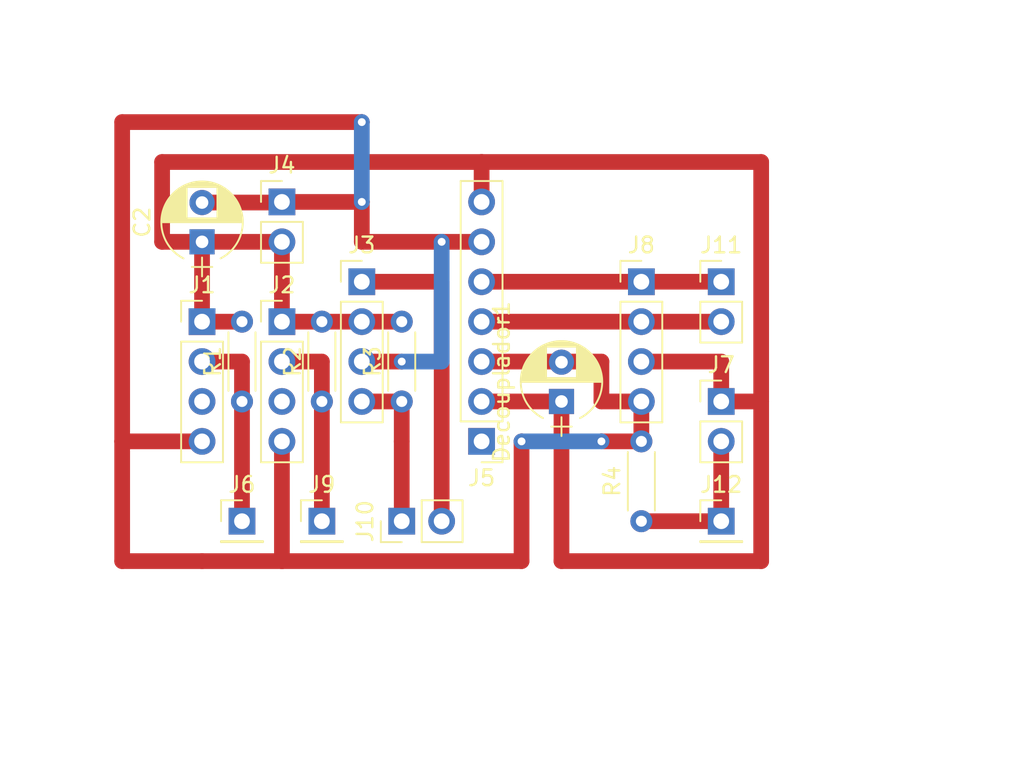
<source format=kicad_pcb>
(kicad_pcb (version 4) (host pcbnew 4.0.7-e1-6374~58~ubuntu16.04.1)

  (general
    (links 34)
    (no_connects 0)
    (area 31.435716 17.3 230.100001 150.100001)
    (thickness 1.6)
    (drawings 6)
    (tracks 72)
    (zones 0)
    (modules 18)
    (nets 13)
  )

  (page A4)
  (layers
    (0 F.Cu signal)
    (31 B.Cu signal)
    (32 B.Adhes user)
    (33 F.Adhes user)
    (34 B.Paste user)
    (35 F.Paste user)
    (36 B.SilkS user)
    (37 F.SilkS user)
    (38 B.Mask user)
    (39 F.Mask user)
    (40 Dwgs.User user)
    (41 Cmts.User user)
    (42 Eco1.User user)
    (43 Eco2.User user)
    (44 Edge.Cuts user)
    (45 Margin user)
    (46 B.CrtYd user)
    (47 F.CrtYd user)
    (48 B.Fab user)
    (49 F.Fab user)
  )

  (setup
    (last_trace_width 1)
    (trace_clearance 0.5)
    (zone_clearance 0.508)
    (zone_45_only yes)
    (trace_min 1)
    (segment_width 0.2)
    (edge_width 0.1)
    (via_size 1)
    (via_drill 0.5)
    (via_min_size 0.5)
    (via_min_drill 0.3)
    (uvia_size 0.3)
    (uvia_drill 0.1)
    (uvias_allowed no)
    (uvia_min_size 0.2)
    (uvia_min_drill 0.1)
    (pcb_text_width 0.3)
    (pcb_text_size 1.5 1.5)
    (mod_edge_width 0.15)
    (mod_text_size 1 1)
    (mod_text_width 0.15)
    (pad_size 1.99898 1.99898)
    (pad_drill 1.09728)
    (pad_to_mask_clearance 0)
    (aux_axis_origin 0 0)
    (visible_elements 7FFFFFFF)
    (pcbplotparams
      (layerselection 0x00030_80000001)
      (usegerberextensions false)
      (excludeedgelayer true)
      (linewidth 0.100000)
      (plotframeref false)
      (viasonmask false)
      (mode 1)
      (useauxorigin false)
      (hpglpennumber 1)
      (hpglpenspeed 20)
      (hpglpendiameter 15)
      (hpglpenoverlay 2)
      (psnegative false)
      (psa4output false)
      (plotreference true)
      (plotvalue true)
      (plotinvisibletext false)
      (padsonsilk false)
      (subtractmaskfromsilk false)
      (outputformat 1)
      (mirror false)
      (drillshape 1)
      (scaleselection 1)
      (outputdirectory ""))
  )

  (net 0 "")
  (net 1 +3V3)
  (net 2 "Net-(J1-Pad3)")
  (net 3 GND)
  (net 4 "Net-(J5-Pad1)")
  (net 5 "Net-(J2-Pad3)")
  (net 6 /Clock75)
  (net 7 /Data11)
  (net 8 /Data22)
  (net 9 /Data75)
  (net 10 /SDA)
  (net 11 /SCL)
  (net 12 /DataNTC)

  (net_class Default "Esta é a classe de net default."
    (clearance 0.5)
    (trace_width 1)
    (via_dia 1)
    (via_drill 0.5)
    (uvia_dia 0.3)
    (uvia_drill 0.1)
    (add_net +3V3)
    (add_net /Clock75)
    (add_net /Data11)
    (add_net /Data22)
    (add_net /Data75)
    (add_net /DataNTC)
    (add_net /SCL)
    (add_net /SDA)
    (add_net GND)
    (add_net "Net-(J1-Pad3)")
    (add_net "Net-(J2-Pad3)")
    (add_net "Net-(J5-Pad1)")
  )

  (module Pin_Headers:Pin_Header_Straight_1x02_Pitch2.54mm (layer F.Cu) (tedit 59650532) (tstamp 59E22361)
    (at 129.54 86.36)
    (descr "Through hole straight pin header, 1x02, 2.54mm pitch, single row")
    (tags "Through hole pin header THT 1x02 2.54mm single row")
    (path /59E2423D)
    (fp_text reference J4 (at 0 -2.33) (layer F.SilkS)
      (effects (font (size 1 1) (thickness 0.15)))
    )
    (fp_text value CONN_01X02 (at 0 4.87) (layer F.Fab)
      (effects (font (size 1 1) (thickness 0.15)))
    )
    (fp_line (start -0.635 -1.27) (end 1.27 -1.27) (layer F.Fab) (width 0.1))
    (fp_line (start 1.27 -1.27) (end 1.27 3.81) (layer F.Fab) (width 0.1))
    (fp_line (start 1.27 3.81) (end -1.27 3.81) (layer F.Fab) (width 0.1))
    (fp_line (start -1.27 3.81) (end -1.27 -0.635) (layer F.Fab) (width 0.1))
    (fp_line (start -1.27 -0.635) (end -0.635 -1.27) (layer F.Fab) (width 0.1))
    (fp_line (start -1.33 3.87) (end 1.33 3.87) (layer F.SilkS) (width 0.12))
    (fp_line (start -1.33 1.27) (end -1.33 3.87) (layer F.SilkS) (width 0.12))
    (fp_line (start 1.33 1.27) (end 1.33 3.87) (layer F.SilkS) (width 0.12))
    (fp_line (start -1.33 1.27) (end 1.33 1.27) (layer F.SilkS) (width 0.12))
    (fp_line (start -1.33 0) (end -1.33 -1.33) (layer F.SilkS) (width 0.12))
    (fp_line (start -1.33 -1.33) (end 0 -1.33) (layer F.SilkS) (width 0.12))
    (fp_line (start -1.8 -1.8) (end -1.8 4.35) (layer F.CrtYd) (width 0.05))
    (fp_line (start -1.8 4.35) (end 1.8 4.35) (layer F.CrtYd) (width 0.05))
    (fp_line (start 1.8 4.35) (end 1.8 -1.8) (layer F.CrtYd) (width 0.05))
    (fp_line (start 1.8 -1.8) (end -1.8 -1.8) (layer F.CrtYd) (width 0.05))
    (fp_text user %R (at 0 1.27 90) (layer F.Fab)
      (effects (font (size 1 1) (thickness 0.15)))
    )
    (pad 1 thru_hole rect (at 0 0) (size 1.7 1.7) (drill 1) (layers *.Cu *.Mask)
      (net 3 GND))
    (pad 2 thru_hole oval (at 0 2.54) (size 1.7 1.7) (drill 1) (layers *.Cu *.Mask)
      (net 1 +3V3))
    (model ${KISYS3DMOD}/Pin_Headers.3dshapes/Pin_Header_Straight_1x02_Pitch2.54mm.wrl
      (at (xyz 0 0 0))
      (scale (xyz 1 1 1))
      (rotate (xyz 0 0 0))
    )
  )

  (module Pin_Headers:Pin_Header_Straight_1x01_Pitch2.54mm (layer F.Cu) (tedit 59650532) (tstamp 59E22371)
    (at 127 106.68)
    (descr "Through hole straight pin header, 1x01, 2.54mm pitch, single row")
    (tags "Through hole pin header THT 1x01 2.54mm single row")
    (path /59E23AE9)
    (fp_text reference J6 (at 0 -2.33) (layer F.SilkS)
      (effects (font (size 1 1) (thickness 0.15)))
    )
    (fp_text value CONN_01X01 (at 0 2.33) (layer F.Fab)
      (effects (font (size 1 1) (thickness 0.15)))
    )
    (fp_line (start -0.635 -1.27) (end 1.27 -1.27) (layer F.Fab) (width 0.1))
    (fp_line (start 1.27 -1.27) (end 1.27 1.27) (layer F.Fab) (width 0.1))
    (fp_line (start 1.27 1.27) (end -1.27 1.27) (layer F.Fab) (width 0.1))
    (fp_line (start -1.27 1.27) (end -1.27 -0.635) (layer F.Fab) (width 0.1))
    (fp_line (start -1.27 -0.635) (end -0.635 -1.27) (layer F.Fab) (width 0.1))
    (fp_line (start -1.33 1.33) (end 1.33 1.33) (layer F.SilkS) (width 0.12))
    (fp_line (start -1.33 1.27) (end -1.33 1.33) (layer F.SilkS) (width 0.12))
    (fp_line (start 1.33 1.27) (end 1.33 1.33) (layer F.SilkS) (width 0.12))
    (fp_line (start -1.33 1.27) (end 1.33 1.27) (layer F.SilkS) (width 0.12))
    (fp_line (start -1.33 0) (end -1.33 -1.33) (layer F.SilkS) (width 0.12))
    (fp_line (start -1.33 -1.33) (end 0 -1.33) (layer F.SilkS) (width 0.12))
    (fp_line (start -1.8 -1.8) (end -1.8 1.8) (layer F.CrtYd) (width 0.05))
    (fp_line (start -1.8 1.8) (end 1.8 1.8) (layer F.CrtYd) (width 0.05))
    (fp_line (start 1.8 1.8) (end 1.8 -1.8) (layer F.CrtYd) (width 0.05))
    (fp_line (start 1.8 -1.8) (end -1.8 -1.8) (layer F.CrtYd) (width 0.05))
    (fp_text user %R (at 0 0 90) (layer F.Fab)
      (effects (font (size 1 1) (thickness 0.15)))
    )
    (pad 1 thru_hole rect (at 0 0) (size 1.7 1.7) (drill 1) (layers *.Cu *.Mask)
      (net 7 /Data11))
    (model ${KISYS3DMOD}/Pin_Headers.3dshapes/Pin_Header_Straight_1x01_Pitch2.54mm.wrl
      (at (xyz 0 0 0))
      (scale (xyz 1 1 1))
      (rotate (xyz 0 0 0))
    )
  )

  (module Pin_Headers:Pin_Header_Straight_1x02_Pitch2.54mm (layer F.Cu) (tedit 59650532) (tstamp 59E2238A)
    (at 137.16 106.68 90)
    (descr "Through hole straight pin header, 1x02, 2.54mm pitch, single row")
    (tags "Through hole pin header THT 1x02 2.54mm single row")
    (path /59E23A1E)
    (fp_text reference J10 (at 0 -2.33 90) (layer F.SilkS)
      (effects (font (size 1 1) (thickness 0.15)))
    )
    (fp_text value CONN_01X02 (at 0 4.87 90) (layer F.Fab)
      (effects (font (size 1 1) (thickness 0.15)))
    )
    (fp_line (start -0.635 -1.27) (end 1.27 -1.27) (layer F.Fab) (width 0.1))
    (fp_line (start 1.27 -1.27) (end 1.27 3.81) (layer F.Fab) (width 0.1))
    (fp_line (start 1.27 3.81) (end -1.27 3.81) (layer F.Fab) (width 0.1))
    (fp_line (start -1.27 3.81) (end -1.27 -0.635) (layer F.Fab) (width 0.1))
    (fp_line (start -1.27 -0.635) (end -0.635 -1.27) (layer F.Fab) (width 0.1))
    (fp_line (start -1.33 3.87) (end 1.33 3.87) (layer F.SilkS) (width 0.12))
    (fp_line (start -1.33 1.27) (end -1.33 3.87) (layer F.SilkS) (width 0.12))
    (fp_line (start 1.33 1.27) (end 1.33 3.87) (layer F.SilkS) (width 0.12))
    (fp_line (start -1.33 1.27) (end 1.33 1.27) (layer F.SilkS) (width 0.12))
    (fp_line (start -1.33 0) (end -1.33 -1.33) (layer F.SilkS) (width 0.12))
    (fp_line (start -1.33 -1.33) (end 0 -1.33) (layer F.SilkS) (width 0.12))
    (fp_line (start -1.8 -1.8) (end -1.8 4.35) (layer F.CrtYd) (width 0.05))
    (fp_line (start -1.8 4.35) (end 1.8 4.35) (layer F.CrtYd) (width 0.05))
    (fp_line (start 1.8 4.35) (end 1.8 -1.8) (layer F.CrtYd) (width 0.05))
    (fp_line (start 1.8 -1.8) (end -1.8 -1.8) (layer F.CrtYd) (width 0.05))
    (fp_text user %R (at 0 1.27 180) (layer F.Fab)
      (effects (font (size 1 1) (thickness 0.15)))
    )
    (pad 1 thru_hole rect (at 0 0 90) (size 1.7 1.7) (drill 1) (layers *.Cu *.Mask)
      (net 9 /Data75))
    (pad 2 thru_hole oval (at 0 2.54 90) (size 1.7 1.7) (drill 1) (layers *.Cu *.Mask)
      (net 6 /Clock75))
    (model ${KISYS3DMOD}/Pin_Headers.3dshapes/Pin_Header_Straight_1x02_Pitch2.54mm.wrl
      (at (xyz 0 0 0))
      (scale (xyz 1 1 1))
      (rotate (xyz 0 0 0))
    )
  )

  (module Pin_Headers:Pin_Header_Straight_1x02_Pitch2.54mm (layer F.Cu) (tedit 59650532) (tstamp 59E22390)
    (at 157.48 91.44)
    (descr "Through hole straight pin header, 1x02, 2.54mm pitch, single row")
    (tags "Through hole pin header THT 1x02 2.54mm single row")
    (path /59E23DD5)
    (fp_text reference J11 (at 0 -2.33) (layer F.SilkS)
      (effects (font (size 1 1) (thickness 0.15)))
    )
    (fp_text value CONN_01X02 (at 0 4.87) (layer F.Fab)
      (effects (font (size 1 1) (thickness 0.15)))
    )
    (fp_line (start -0.635 -1.27) (end 1.27 -1.27) (layer F.Fab) (width 0.1))
    (fp_line (start 1.27 -1.27) (end 1.27 3.81) (layer F.Fab) (width 0.1))
    (fp_line (start 1.27 3.81) (end -1.27 3.81) (layer F.Fab) (width 0.1))
    (fp_line (start -1.27 3.81) (end -1.27 -0.635) (layer F.Fab) (width 0.1))
    (fp_line (start -1.27 -0.635) (end -0.635 -1.27) (layer F.Fab) (width 0.1))
    (fp_line (start -1.33 3.87) (end 1.33 3.87) (layer F.SilkS) (width 0.12))
    (fp_line (start -1.33 1.27) (end -1.33 3.87) (layer F.SilkS) (width 0.12))
    (fp_line (start 1.33 1.27) (end 1.33 3.87) (layer F.SilkS) (width 0.12))
    (fp_line (start -1.33 1.27) (end 1.33 1.27) (layer F.SilkS) (width 0.12))
    (fp_line (start -1.33 0) (end -1.33 -1.33) (layer F.SilkS) (width 0.12))
    (fp_line (start -1.33 -1.33) (end 0 -1.33) (layer F.SilkS) (width 0.12))
    (fp_line (start -1.8 -1.8) (end -1.8 4.35) (layer F.CrtYd) (width 0.05))
    (fp_line (start -1.8 4.35) (end 1.8 4.35) (layer F.CrtYd) (width 0.05))
    (fp_line (start 1.8 4.35) (end 1.8 -1.8) (layer F.CrtYd) (width 0.05))
    (fp_line (start 1.8 -1.8) (end -1.8 -1.8) (layer F.CrtYd) (width 0.05))
    (fp_text user %R (at 0 1.27 90) (layer F.Fab)
      (effects (font (size 1 1) (thickness 0.15)))
    )
    (pad 1 thru_hole rect (at 0 0) (size 1.7 1.7) (drill 1) (layers *.Cu *.Mask)
      (net 11 /SCL))
    (pad 2 thru_hole oval (at 0 2.54) (size 1.7 1.7) (drill 1) (layers *.Cu *.Mask)
      (net 10 /SDA))
    (model ${KISYS3DMOD}/Pin_Headers.3dshapes/Pin_Header_Straight_1x02_Pitch2.54mm.wrl
      (at (xyz 0 0 0))
      (scale (xyz 1 1 1))
      (rotate (xyz 0 0 0))
    )
  )

  (module Pin_Headers:Pin_Header_Straight_1x01_Pitch2.54mm (layer F.Cu) (tedit 59650532) (tstamp 59E22395)
    (at 157.48 106.68)
    (descr "Through hole straight pin header, 1x01, 2.54mm pitch, single row")
    (tags "Through hole pin header THT 1x01 2.54mm single row")
    (path /59E23F13)
    (fp_text reference J12 (at 0 -2.33) (layer F.SilkS)
      (effects (font (size 1 1) (thickness 0.15)))
    )
    (fp_text value CONN_01X01 (at 0 2.33) (layer F.Fab)
      (effects (font (size 1 1) (thickness 0.15)))
    )
    (fp_line (start -0.635 -1.27) (end 1.27 -1.27) (layer F.Fab) (width 0.1))
    (fp_line (start 1.27 -1.27) (end 1.27 1.27) (layer F.Fab) (width 0.1))
    (fp_line (start 1.27 1.27) (end -1.27 1.27) (layer F.Fab) (width 0.1))
    (fp_line (start -1.27 1.27) (end -1.27 -0.635) (layer F.Fab) (width 0.1))
    (fp_line (start -1.27 -0.635) (end -0.635 -1.27) (layer F.Fab) (width 0.1))
    (fp_line (start -1.33 1.33) (end 1.33 1.33) (layer F.SilkS) (width 0.12))
    (fp_line (start -1.33 1.27) (end -1.33 1.33) (layer F.SilkS) (width 0.12))
    (fp_line (start 1.33 1.27) (end 1.33 1.33) (layer F.SilkS) (width 0.12))
    (fp_line (start -1.33 1.27) (end 1.33 1.27) (layer F.SilkS) (width 0.12))
    (fp_line (start -1.33 0) (end -1.33 -1.33) (layer F.SilkS) (width 0.12))
    (fp_line (start -1.33 -1.33) (end 0 -1.33) (layer F.SilkS) (width 0.12))
    (fp_line (start -1.8 -1.8) (end -1.8 1.8) (layer F.CrtYd) (width 0.05))
    (fp_line (start -1.8 1.8) (end 1.8 1.8) (layer F.CrtYd) (width 0.05))
    (fp_line (start 1.8 1.8) (end 1.8 -1.8) (layer F.CrtYd) (width 0.05))
    (fp_line (start 1.8 -1.8) (end -1.8 -1.8) (layer F.CrtYd) (width 0.05))
    (fp_text user %R (at 0 0 90) (layer F.Fab)
      (effects (font (size 1 1) (thickness 0.15)))
    )
    (pad 1 thru_hole rect (at 0 0) (size 1.7 1.7) (drill 1) (layers *.Cu *.Mask)
      (net 12 /DataNTC))
    (model ${KISYS3DMOD}/Pin_Headers.3dshapes/Pin_Header_Straight_1x01_Pitch2.54mm.wrl
      (at (xyz 0 0 0))
      (scale (xyz 1 1 1))
      (rotate (xyz 0 0 0))
    )
  )

  (module Resistors_THT:R_Axial_DIN0204_L3.6mm_D1.6mm_P5.08mm_Horizontal (layer F.Cu) (tedit 5874F706) (tstamp 59E2239B)
    (at 127 99.06 90)
    (descr "Resistor, Axial_DIN0204 series, Axial, Horizontal, pin pitch=5.08mm, 0.16666666666666666W = 1/6W, length*diameter=3.6*1.6mm^2, http://cdn-reichelt.de/documents/datenblatt/B400/1_4W%23YAG.pdf")
    (tags "Resistor Axial_DIN0204 series Axial Horizontal pin pitch 5.08mm 0.16666666666666666W = 1/6W length 3.6mm diameter 1.6mm")
    (path /5963B018)
    (fp_text reference R1 (at 2.54 -1.86 90) (layer F.SilkS)
      (effects (font (size 1 1) (thickness 0.15)))
    )
    (fp_text value 10k (at 2.54 1.86 90) (layer F.Fab)
      (effects (font (size 1 1) (thickness 0.15)))
    )
    (fp_line (start 0.74 -0.8) (end 0.74 0.8) (layer F.Fab) (width 0.1))
    (fp_line (start 0.74 0.8) (end 4.34 0.8) (layer F.Fab) (width 0.1))
    (fp_line (start 4.34 0.8) (end 4.34 -0.8) (layer F.Fab) (width 0.1))
    (fp_line (start 4.34 -0.8) (end 0.74 -0.8) (layer F.Fab) (width 0.1))
    (fp_line (start 0 0) (end 0.74 0) (layer F.Fab) (width 0.1))
    (fp_line (start 5.08 0) (end 4.34 0) (layer F.Fab) (width 0.1))
    (fp_line (start 0.68 -0.86) (end 4.4 -0.86) (layer F.SilkS) (width 0.12))
    (fp_line (start 0.68 0.86) (end 4.4 0.86) (layer F.SilkS) (width 0.12))
    (fp_line (start -0.95 -1.15) (end -0.95 1.15) (layer F.CrtYd) (width 0.05))
    (fp_line (start -0.95 1.15) (end 6.05 1.15) (layer F.CrtYd) (width 0.05))
    (fp_line (start 6.05 1.15) (end 6.05 -1.15) (layer F.CrtYd) (width 0.05))
    (fp_line (start 6.05 -1.15) (end -0.95 -1.15) (layer F.CrtYd) (width 0.05))
    (pad 1 thru_hole circle (at 0 0 90) (size 1.4 1.4) (drill 0.7) (layers *.Cu *.Mask)
      (net 7 /Data11))
    (pad 2 thru_hole oval (at 5.08 0 90) (size 1.4 1.4) (drill 0.7) (layers *.Cu *.Mask)
      (net 1 +3V3))
    (model ${KISYS3DMOD}/Resistors_THT.3dshapes/R_Axial_DIN0204_L3.6mm_D1.6mm_P5.08mm_Horizontal.wrl
      (at (xyz 0 0 0))
      (scale (xyz 0.393701 0.393701 0.393701))
      (rotate (xyz 0 0 0))
    )
  )

  (module Resistors_THT:R_Axial_DIN0204_L3.6mm_D1.6mm_P5.08mm_Horizontal (layer F.Cu) (tedit 5874F706) (tstamp 59E223A1)
    (at 132.08 99.06 90)
    (descr "Resistor, Axial_DIN0204 series, Axial, Horizontal, pin pitch=5.08mm, 0.16666666666666666W = 1/6W, length*diameter=3.6*1.6mm^2, http://cdn-reichelt.de/documents/datenblatt/B400/1_4W%23YAG.pdf")
    (tags "Resistor Axial_DIN0204 series Axial Horizontal pin pitch 5.08mm 0.16666666666666666W = 1/6W length 3.6mm diameter 1.6mm")
    (path /5963B4BA)
    (fp_text reference R2 (at 2.54 -1.86 90) (layer F.SilkS)
      (effects (font (size 1 1) (thickness 0.15)))
    )
    (fp_text value 10k (at 2.54 1.86 90) (layer F.Fab)
      (effects (font (size 1 1) (thickness 0.15)))
    )
    (fp_line (start 0.74 -0.8) (end 0.74 0.8) (layer F.Fab) (width 0.1))
    (fp_line (start 0.74 0.8) (end 4.34 0.8) (layer F.Fab) (width 0.1))
    (fp_line (start 4.34 0.8) (end 4.34 -0.8) (layer F.Fab) (width 0.1))
    (fp_line (start 4.34 -0.8) (end 0.74 -0.8) (layer F.Fab) (width 0.1))
    (fp_line (start 0 0) (end 0.74 0) (layer F.Fab) (width 0.1))
    (fp_line (start 5.08 0) (end 4.34 0) (layer F.Fab) (width 0.1))
    (fp_line (start 0.68 -0.86) (end 4.4 -0.86) (layer F.SilkS) (width 0.12))
    (fp_line (start 0.68 0.86) (end 4.4 0.86) (layer F.SilkS) (width 0.12))
    (fp_line (start -0.95 -1.15) (end -0.95 1.15) (layer F.CrtYd) (width 0.05))
    (fp_line (start -0.95 1.15) (end 6.05 1.15) (layer F.CrtYd) (width 0.05))
    (fp_line (start 6.05 1.15) (end 6.05 -1.15) (layer F.CrtYd) (width 0.05))
    (fp_line (start 6.05 -1.15) (end -0.95 -1.15) (layer F.CrtYd) (width 0.05))
    (pad 1 thru_hole circle (at 0 0 90) (size 1.4 1.4) (drill 0.7) (layers *.Cu *.Mask)
      (net 8 /Data22))
    (pad 2 thru_hole oval (at 5.08 0 90) (size 1.4 1.4) (drill 0.7) (layers *.Cu *.Mask)
      (net 1 +3V3))
    (model ${KISYS3DMOD}/Resistors_THT.3dshapes/R_Axial_DIN0204_L3.6mm_D1.6mm_P5.08mm_Horizontal.wrl
      (at (xyz 0 0 0))
      (scale (xyz 0.393701 0.393701 0.393701))
      (rotate (xyz 0 0 0))
    )
  )

  (module Resistors_THT:R_Axial_DIN0204_L3.6mm_D1.6mm_P5.08mm_Horizontal (layer F.Cu) (tedit 5874F706) (tstamp 59E223A7)
    (at 137.16 99.06 90)
    (descr "Resistor, Axial_DIN0204 series, Axial, Horizontal, pin pitch=5.08mm, 0.16666666666666666W = 1/6W, length*diameter=3.6*1.6mm^2, http://cdn-reichelt.de/documents/datenblatt/B400/1_4W%23YAG.pdf")
    (tags "Resistor Axial_DIN0204 series Axial Horizontal pin pitch 5.08mm 0.16666666666666666W = 1/6W length 3.6mm diameter 1.6mm")
    (path /595D19A6)
    (fp_text reference R3 (at 2.54 -1.86 90) (layer F.SilkS)
      (effects (font (size 1 1) (thickness 0.15)))
    )
    (fp_text value 10K (at 2.54 1.86 90) (layer F.Fab)
      (effects (font (size 1 1) (thickness 0.15)))
    )
    (fp_line (start 0.74 -0.8) (end 0.74 0.8) (layer F.Fab) (width 0.1))
    (fp_line (start 0.74 0.8) (end 4.34 0.8) (layer F.Fab) (width 0.1))
    (fp_line (start 4.34 0.8) (end 4.34 -0.8) (layer F.Fab) (width 0.1))
    (fp_line (start 4.34 -0.8) (end 0.74 -0.8) (layer F.Fab) (width 0.1))
    (fp_line (start 0 0) (end 0.74 0) (layer F.Fab) (width 0.1))
    (fp_line (start 5.08 0) (end 4.34 0) (layer F.Fab) (width 0.1))
    (fp_line (start 0.68 -0.86) (end 4.4 -0.86) (layer F.SilkS) (width 0.12))
    (fp_line (start 0.68 0.86) (end 4.4 0.86) (layer F.SilkS) (width 0.12))
    (fp_line (start -0.95 -1.15) (end -0.95 1.15) (layer F.CrtYd) (width 0.05))
    (fp_line (start -0.95 1.15) (end 6.05 1.15) (layer F.CrtYd) (width 0.05))
    (fp_line (start 6.05 1.15) (end 6.05 -1.15) (layer F.CrtYd) (width 0.05))
    (fp_line (start 6.05 -1.15) (end -0.95 -1.15) (layer F.CrtYd) (width 0.05))
    (pad 1 thru_hole circle (at 0 0 90) (size 1.4 1.4) (drill 0.7) (layers *.Cu *.Mask)
      (net 9 /Data75))
    (pad 2 thru_hole oval (at 5.08 0 90) (size 1.4 1.4) (drill 0.7) (layers *.Cu *.Mask)
      (net 1 +3V3))
    (model ${KISYS3DMOD}/Resistors_THT.3dshapes/R_Axial_DIN0204_L3.6mm_D1.6mm_P5.08mm_Horizontal.wrl
      (at (xyz 0 0 0))
      (scale (xyz 0.393701 0.393701 0.393701))
      (rotate (xyz 0 0 0))
    )
  )

  (module Resistors_THT:R_Axial_DIN0204_L3.6mm_D1.6mm_P5.08mm_Horizontal (layer F.Cu) (tedit 5874F706) (tstamp 59E223AD)
    (at 152.4 106.68 90)
    (descr "Resistor, Axial_DIN0204 series, Axial, Horizontal, pin pitch=5.08mm, 0.16666666666666666W = 1/6W, length*diameter=3.6*1.6mm^2, http://cdn-reichelt.de/documents/datenblatt/B400/1_4W%23YAG.pdf")
    (tags "Resistor Axial_DIN0204 series Axial Horizontal pin pitch 5.08mm 0.16666666666666666W = 1/6W length 3.6mm diameter 1.6mm")
    (path /596664A3)
    (fp_text reference R4 (at 2.54 -1.86 90) (layer F.SilkS)
      (effects (font (size 1 1) (thickness 0.15)))
    )
    (fp_text value 10k (at 2.54 1.86 90) (layer F.Fab)
      (effects (font (size 1 1) (thickness 0.15)))
    )
    (fp_line (start 0.74 -0.8) (end 0.74 0.8) (layer F.Fab) (width 0.1))
    (fp_line (start 0.74 0.8) (end 4.34 0.8) (layer F.Fab) (width 0.1))
    (fp_line (start 4.34 0.8) (end 4.34 -0.8) (layer F.Fab) (width 0.1))
    (fp_line (start 4.34 -0.8) (end 0.74 -0.8) (layer F.Fab) (width 0.1))
    (fp_line (start 0 0) (end 0.74 0) (layer F.Fab) (width 0.1))
    (fp_line (start 5.08 0) (end 4.34 0) (layer F.Fab) (width 0.1))
    (fp_line (start 0.68 -0.86) (end 4.4 -0.86) (layer F.SilkS) (width 0.12))
    (fp_line (start 0.68 0.86) (end 4.4 0.86) (layer F.SilkS) (width 0.12))
    (fp_line (start -0.95 -1.15) (end -0.95 1.15) (layer F.CrtYd) (width 0.05))
    (fp_line (start -0.95 1.15) (end 6.05 1.15) (layer F.CrtYd) (width 0.05))
    (fp_line (start 6.05 1.15) (end 6.05 -1.15) (layer F.CrtYd) (width 0.05))
    (fp_line (start 6.05 -1.15) (end -0.95 -1.15) (layer F.CrtYd) (width 0.05))
    (pad 1 thru_hole circle (at 0 0 90) (size 1.4 1.4) (drill 0.7) (layers *.Cu *.Mask)
      (net 12 /DataNTC))
    (pad 2 thru_hole oval (at 5.08 0 90) (size 1.4 1.4) (drill 0.7) (layers *.Cu *.Mask)
      (net 3 GND))
    (model ${KISYS3DMOD}/Resistors_THT.3dshapes/R_Axial_DIN0204_L3.6mm_D1.6mm_P5.08mm_Horizontal.wrl
      (at (xyz 0 0 0))
      (scale (xyz 0.393701 0.393701 0.393701))
      (rotate (xyz 0 0 0))
    )
  )

  (module Pin_Headers:Pin_Header_Straight_1x01_Pitch2.54mm (layer F.Cu) (tedit 59650532) (tstamp 59E22545)
    (at 132.08 106.68)
    (descr "Through hole straight pin header, 1x01, 2.54mm pitch, single row")
    (tags "Through hole pin header THT 1x01 2.54mm single row")
    (path /59E23BAD)
    (fp_text reference J9 (at 0 -2.33) (layer F.SilkS)
      (effects (font (size 1 1) (thickness 0.15)))
    )
    (fp_text value CONN_01X01 (at 0 2.33) (layer F.Fab)
      (effects (font (size 1 1) (thickness 0.15)))
    )
    (fp_line (start -0.635 -1.27) (end 1.27 -1.27) (layer F.Fab) (width 0.1))
    (fp_line (start 1.27 -1.27) (end 1.27 1.27) (layer F.Fab) (width 0.1))
    (fp_line (start 1.27 1.27) (end -1.27 1.27) (layer F.Fab) (width 0.1))
    (fp_line (start -1.27 1.27) (end -1.27 -0.635) (layer F.Fab) (width 0.1))
    (fp_line (start -1.27 -0.635) (end -0.635 -1.27) (layer F.Fab) (width 0.1))
    (fp_line (start -1.33 1.33) (end 1.33 1.33) (layer F.SilkS) (width 0.12))
    (fp_line (start -1.33 1.27) (end -1.33 1.33) (layer F.SilkS) (width 0.12))
    (fp_line (start 1.33 1.27) (end 1.33 1.33) (layer F.SilkS) (width 0.12))
    (fp_line (start -1.33 1.27) (end 1.33 1.27) (layer F.SilkS) (width 0.12))
    (fp_line (start -1.33 0) (end -1.33 -1.33) (layer F.SilkS) (width 0.12))
    (fp_line (start -1.33 -1.33) (end 0 -1.33) (layer F.SilkS) (width 0.12))
    (fp_line (start -1.8 -1.8) (end -1.8 1.8) (layer F.CrtYd) (width 0.05))
    (fp_line (start -1.8 1.8) (end 1.8 1.8) (layer F.CrtYd) (width 0.05))
    (fp_line (start 1.8 1.8) (end 1.8 -1.8) (layer F.CrtYd) (width 0.05))
    (fp_line (start 1.8 -1.8) (end -1.8 -1.8) (layer F.CrtYd) (width 0.05))
    (fp_text user %R (at 0 0 90) (layer F.Fab)
      (effects (font (size 1 1) (thickness 0.15)))
    )
    (pad 1 thru_hole rect (at 0 0) (size 1.7 1.7) (drill 1) (layers *.Cu *.Mask)
      (net 8 /Data22))
    (model ${KISYS3DMOD}/Pin_Headers.3dshapes/Pin_Header_Straight_1x01_Pitch2.54mm.wrl
      (at (xyz 0 0 0))
      (scale (xyz 1 1 1))
      (rotate (xyz 0 0 0))
    )
  )

  (module Pin_Headers:Pin_Header_Straight_1x04_Pitch2.54mm (layer F.Cu) (tedit 59650532) (tstamp 59E22692)
    (at 124.46 93.98)
    (descr "Through hole straight pin header, 1x04, 2.54mm pitch, single row")
    (tags "Through hole pin header THT 1x04 2.54mm single row")
    (path /595D08DD)
    (fp_text reference J1 (at 0 -2.33) (layer F.SilkS)
      (effects (font (size 1 1) (thickness 0.15)))
    )
    (fp_text value "DHT 11" (at 0 9.95) (layer F.Fab)
      (effects (font (size 1 1) (thickness 0.15)))
    )
    (fp_line (start -0.635 -1.27) (end 1.27 -1.27) (layer F.Fab) (width 0.1))
    (fp_line (start 1.27 -1.27) (end 1.27 8.89) (layer F.Fab) (width 0.1))
    (fp_line (start 1.27 8.89) (end -1.27 8.89) (layer F.Fab) (width 0.1))
    (fp_line (start -1.27 8.89) (end -1.27 -0.635) (layer F.Fab) (width 0.1))
    (fp_line (start -1.27 -0.635) (end -0.635 -1.27) (layer F.Fab) (width 0.1))
    (fp_line (start -1.33 8.95) (end 1.33 8.95) (layer F.SilkS) (width 0.12))
    (fp_line (start -1.33 1.27) (end -1.33 8.95) (layer F.SilkS) (width 0.12))
    (fp_line (start 1.33 1.27) (end 1.33 8.95) (layer F.SilkS) (width 0.12))
    (fp_line (start -1.33 1.27) (end 1.33 1.27) (layer F.SilkS) (width 0.12))
    (fp_line (start -1.33 0) (end -1.33 -1.33) (layer F.SilkS) (width 0.12))
    (fp_line (start -1.33 -1.33) (end 0 -1.33) (layer F.SilkS) (width 0.12))
    (fp_line (start -1.8 -1.8) (end -1.8 9.4) (layer F.CrtYd) (width 0.05))
    (fp_line (start -1.8 9.4) (end 1.8 9.4) (layer F.CrtYd) (width 0.05))
    (fp_line (start 1.8 9.4) (end 1.8 -1.8) (layer F.CrtYd) (width 0.05))
    (fp_line (start 1.8 -1.8) (end -1.8 -1.8) (layer F.CrtYd) (width 0.05))
    (fp_text user %R (at 0 3.81 90) (layer F.Fab)
      (effects (font (size 1 1) (thickness 0.15)))
    )
    (pad 1 thru_hole rect (at 0 0) (size 1.7 1.7) (drill 1) (layers *.Cu *.Mask)
      (net 1 +3V3))
    (pad 2 thru_hole oval (at 0 2.54) (size 1.7 1.7) (drill 1) (layers *.Cu *.Mask)
      (net 7 /Data11))
    (pad 3 thru_hole oval (at 0 5.08) (size 1.7 1.7) (drill 1) (layers *.Cu *.Mask)
      (net 2 "Net-(J1-Pad3)"))
    (pad 4 thru_hole oval (at 0 7.62) (size 1.7 1.7) (drill 1) (layers *.Cu *.Mask)
      (net 3 GND))
    (model ${KISYS3DMOD}/Pin_Headers.3dshapes/Pin_Header_Straight_1x04_Pitch2.54mm.wrl
      (at (xyz 0 0 0))
      (scale (xyz 1 1 1))
      (rotate (xyz 0 0 0))
    )
  )

  (module Pin_Headers:Pin_Header_Straight_1x04_Pitch2.54mm (layer F.Cu) (tedit 59650532) (tstamp 59E22699)
    (at 129.54 93.98)
    (descr "Through hole straight pin header, 1x04, 2.54mm pitch, single row")
    (tags "Through hole pin header THT 1x04 2.54mm single row")
    (path /5975ED9D)
    (fp_text reference J2 (at 0 -2.33) (layer F.SilkS)
      (effects (font (size 1 1) (thickness 0.15)))
    )
    (fp_text value "DHT 22" (at 0 9.95) (layer F.Fab)
      (effects (font (size 1 1) (thickness 0.15)))
    )
    (fp_line (start -0.635 -1.27) (end 1.27 -1.27) (layer F.Fab) (width 0.1))
    (fp_line (start 1.27 -1.27) (end 1.27 8.89) (layer F.Fab) (width 0.1))
    (fp_line (start 1.27 8.89) (end -1.27 8.89) (layer F.Fab) (width 0.1))
    (fp_line (start -1.27 8.89) (end -1.27 -0.635) (layer F.Fab) (width 0.1))
    (fp_line (start -1.27 -0.635) (end -0.635 -1.27) (layer F.Fab) (width 0.1))
    (fp_line (start -1.33 8.95) (end 1.33 8.95) (layer F.SilkS) (width 0.12))
    (fp_line (start -1.33 1.27) (end -1.33 8.95) (layer F.SilkS) (width 0.12))
    (fp_line (start 1.33 1.27) (end 1.33 8.95) (layer F.SilkS) (width 0.12))
    (fp_line (start -1.33 1.27) (end 1.33 1.27) (layer F.SilkS) (width 0.12))
    (fp_line (start -1.33 0) (end -1.33 -1.33) (layer F.SilkS) (width 0.12))
    (fp_line (start -1.33 -1.33) (end 0 -1.33) (layer F.SilkS) (width 0.12))
    (fp_line (start -1.8 -1.8) (end -1.8 9.4) (layer F.CrtYd) (width 0.05))
    (fp_line (start -1.8 9.4) (end 1.8 9.4) (layer F.CrtYd) (width 0.05))
    (fp_line (start 1.8 9.4) (end 1.8 -1.8) (layer F.CrtYd) (width 0.05))
    (fp_line (start 1.8 -1.8) (end -1.8 -1.8) (layer F.CrtYd) (width 0.05))
    (fp_text user %R (at 0 3.81 90) (layer F.Fab)
      (effects (font (size 1 1) (thickness 0.15)))
    )
    (pad 1 thru_hole rect (at 0 0) (size 1.7 1.7) (drill 1) (layers *.Cu *.Mask)
      (net 1 +3V3))
    (pad 2 thru_hole oval (at 0 2.54) (size 1.7 1.7) (drill 1) (layers *.Cu *.Mask)
      (net 8 /Data22))
    (pad 3 thru_hole oval (at 0 5.08) (size 1.7 1.7) (drill 1) (layers *.Cu *.Mask)
      (net 5 "Net-(J2-Pad3)"))
    (pad 4 thru_hole oval (at 0 7.62) (size 1.7 1.7) (drill 1) (layers *.Cu *.Mask)
      (net 3 GND))
    (model ${KISYS3DMOD}/Pin_Headers.3dshapes/Pin_Header_Straight_1x04_Pitch2.54mm.wrl
      (at (xyz 0 0 0))
      (scale (xyz 1 1 1))
      (rotate (xyz 0 0 0))
    )
  )

  (module Pin_Headers:Pin_Header_Straight_1x04_Pitch2.54mm (layer F.Cu) (tedit 59650532) (tstamp 59E226A0)
    (at 134.62 91.44)
    (descr "Through hole straight pin header, 1x04, 2.54mm pitch, single row")
    (tags "Through hole pin header THT 1x04 2.54mm single row")
    (path /59760071)
    (fp_text reference J3 (at 0 -2.33) (layer F.SilkS)
      (effects (font (size 1 1) (thickness 0.15)))
    )
    (fp_text value "SHT 75" (at 0 9.95) (layer F.Fab)
      (effects (font (size 1 1) (thickness 0.15)))
    )
    (fp_line (start -0.635 -1.27) (end 1.27 -1.27) (layer F.Fab) (width 0.1))
    (fp_line (start 1.27 -1.27) (end 1.27 8.89) (layer F.Fab) (width 0.1))
    (fp_line (start 1.27 8.89) (end -1.27 8.89) (layer F.Fab) (width 0.1))
    (fp_line (start -1.27 8.89) (end -1.27 -0.635) (layer F.Fab) (width 0.1))
    (fp_line (start -1.27 -0.635) (end -0.635 -1.27) (layer F.Fab) (width 0.1))
    (fp_line (start -1.33 8.95) (end 1.33 8.95) (layer F.SilkS) (width 0.12))
    (fp_line (start -1.33 1.27) (end -1.33 8.95) (layer F.SilkS) (width 0.12))
    (fp_line (start 1.33 1.27) (end 1.33 8.95) (layer F.SilkS) (width 0.12))
    (fp_line (start -1.33 1.27) (end 1.33 1.27) (layer F.SilkS) (width 0.12))
    (fp_line (start -1.33 0) (end -1.33 -1.33) (layer F.SilkS) (width 0.12))
    (fp_line (start -1.33 -1.33) (end 0 -1.33) (layer F.SilkS) (width 0.12))
    (fp_line (start -1.8 -1.8) (end -1.8 9.4) (layer F.CrtYd) (width 0.05))
    (fp_line (start -1.8 9.4) (end 1.8 9.4) (layer F.CrtYd) (width 0.05))
    (fp_line (start 1.8 9.4) (end 1.8 -1.8) (layer F.CrtYd) (width 0.05))
    (fp_line (start 1.8 -1.8) (end -1.8 -1.8) (layer F.CrtYd) (width 0.05))
    (fp_text user %R (at 0 3.81 90) (layer F.Fab)
      (effects (font (size 1 1) (thickness 0.15)))
    )
    (pad 1 thru_hole rect (at 0 0) (size 1.7 1.7) (drill 1) (layers *.Cu *.Mask)
      (net 6 /Clock75))
    (pad 2 thru_hole oval (at 0 2.54) (size 1.7 1.7) (drill 1) (layers *.Cu *.Mask)
      (net 1 +3V3))
    (pad 3 thru_hole oval (at 0 5.08) (size 1.7 1.7) (drill 1) (layers *.Cu *.Mask)
      (net 3 GND))
    (pad 4 thru_hole oval (at 0 7.62) (size 1.7 1.7) (drill 1) (layers *.Cu *.Mask)
      (net 9 /Data75))
    (model ${KISYS3DMOD}/Pin_Headers.3dshapes/Pin_Header_Straight_1x04_Pitch2.54mm.wrl
      (at (xyz 0 0 0))
      (scale (xyz 1 1 1))
      (rotate (xyz 0 0 0))
    )
  )

  (module Pin_Headers:Pin_Header_Straight_1x07_Pitch2.54mm (layer F.Cu) (tedit 59650532) (tstamp 59E226A7)
    (at 142.24 101.6 180)
    (descr "Through hole straight pin header, 1x07, 2.54mm pitch, single row")
    (tags "Through hole pin header THT 1x07 2.54mm single row")
    (path /59764088)
    (fp_text reference J5 (at 0 -2.33 180) (layer F.SilkS)
      (effects (font (size 1 1) (thickness 0.15)))
    )
    (fp_text value "SHT 31" (at 0 17.57 180) (layer F.Fab)
      (effects (font (size 1 1) (thickness 0.15)))
    )
    (fp_line (start -0.635 -1.27) (end 1.27 -1.27) (layer F.Fab) (width 0.1))
    (fp_line (start 1.27 -1.27) (end 1.27 16.51) (layer F.Fab) (width 0.1))
    (fp_line (start 1.27 16.51) (end -1.27 16.51) (layer F.Fab) (width 0.1))
    (fp_line (start -1.27 16.51) (end -1.27 -0.635) (layer F.Fab) (width 0.1))
    (fp_line (start -1.27 -0.635) (end -0.635 -1.27) (layer F.Fab) (width 0.1))
    (fp_line (start -1.33 16.57) (end 1.33 16.57) (layer F.SilkS) (width 0.12))
    (fp_line (start -1.33 1.27) (end -1.33 16.57) (layer F.SilkS) (width 0.12))
    (fp_line (start 1.33 1.27) (end 1.33 16.57) (layer F.SilkS) (width 0.12))
    (fp_line (start -1.33 1.27) (end 1.33 1.27) (layer F.SilkS) (width 0.12))
    (fp_line (start -1.33 0) (end -1.33 -1.33) (layer F.SilkS) (width 0.12))
    (fp_line (start -1.33 -1.33) (end 0 -1.33) (layer F.SilkS) (width 0.12))
    (fp_line (start -1.8 -1.8) (end -1.8 17.05) (layer F.CrtYd) (width 0.05))
    (fp_line (start -1.8 17.05) (end 1.8 17.05) (layer F.CrtYd) (width 0.05))
    (fp_line (start 1.8 17.05) (end 1.8 -1.8) (layer F.CrtYd) (width 0.05))
    (fp_line (start 1.8 -1.8) (end -1.8 -1.8) (layer F.CrtYd) (width 0.05))
    (fp_text user %R (at 0 7.62 270) (layer F.Fab)
      (effects (font (size 1 1) (thickness 0.15)))
    )
    (pad 1 thru_hole rect (at 0 0 180) (size 1.7 1.7) (drill 1) (layers *.Cu *.Mask)
      (net 4 "Net-(J5-Pad1)"))
    (pad 2 thru_hole oval (at 0 2.54 180) (size 1.7 1.7) (drill 1) (layers *.Cu *.Mask)
      (net 1 +3V3))
    (pad 3 thru_hole oval (at 0 5.08 180) (size 1.7 1.7) (drill 1) (layers *.Cu *.Mask)
      (net 3 GND))
    (pad 4 thru_hole oval (at 0 7.62 180) (size 1.7 1.7) (drill 1) (layers *.Cu *.Mask)
      (net 10 /SDA))
    (pad 5 thru_hole oval (at 0 10.16 180) (size 1.7 1.7) (drill 1) (layers *.Cu *.Mask)
      (net 11 /SCL))
    (pad 6 thru_hole oval (at 0 12.7 180) (size 1.7 1.7) (drill 1) (layers *.Cu *.Mask)
      (net 3 GND))
    (pad 7 thru_hole oval (at 0 15.24 180) (size 1.7 1.7) (drill 1) (layers *.Cu *.Mask)
      (net 1 +3V3))
    (model ${KISYS3DMOD}/Pin_Headers.3dshapes/Pin_Header_Straight_1x07_Pitch2.54mm.wrl
      (at (xyz 0 0 0))
      (scale (xyz 1 1 1))
      (rotate (xyz 0 0 0))
    )
  )

  (module Pin_Headers:Pin_Header_Straight_1x02_Pitch2.54mm (layer F.Cu) (tedit 59E227EF) (tstamp 59E226B1)
    (at 157.48 99.06)
    (descr "Through hole straight pin header, 1x02, 2.54mm pitch, single row")
    (tags "Through hole pin header THT 1x02 2.54mm single row")
    (path /59768262)
    (fp_text reference J7 (at 0 -2.33) (layer F.SilkS)
      (effects (font (size 1 1) (thickness 0.15)))
    )
    (fp_text value NTC (at 0 4.87) (layer F.Fab)
      (effects (font (size 1 1) (thickness 0.15)))
    )
    (fp_line (start -0.635 -1.27) (end 1.27 -1.27) (layer F.Fab) (width 0.1))
    (fp_line (start 1.27 -1.27) (end 1.27 3.81) (layer F.Fab) (width 0.1))
    (fp_line (start 1.27 3.81) (end -1.27 3.81) (layer F.Fab) (width 0.1))
    (fp_line (start -1.27 3.81) (end -1.27 -0.635) (layer F.Fab) (width 0.1))
    (fp_line (start -1.27 -0.635) (end -0.635 -1.27) (layer F.Fab) (width 0.1))
    (fp_line (start -1.33 3.87) (end 1.33 3.87) (layer F.SilkS) (width 0.12))
    (fp_line (start -1.33 1.27) (end -1.33 3.87) (layer F.SilkS) (width 0.12))
    (fp_line (start 1.33 1.27) (end 1.33 3.87) (layer F.SilkS) (width 0.12))
    (fp_line (start -1.33 1.27) (end 1.33 1.27) (layer F.SilkS) (width 0.12))
    (fp_line (start -1.33 0) (end -1.33 -1.33) (layer F.SilkS) (width 0.12))
    (fp_line (start -1.33 -1.33) (end 0 -1.33) (layer F.SilkS) (width 0.12))
    (fp_line (start -1.8 -1.8) (end -1.8 4.35) (layer F.CrtYd) (width 0.05))
    (fp_line (start -1.8 4.35) (end 1.8 4.35) (layer F.CrtYd) (width 0.05))
    (fp_line (start 1.8 4.35) (end 1.8 -1.8) (layer F.CrtYd) (width 0.05))
    (fp_line (start 1.8 -1.8) (end -1.8 -1.8) (layer F.CrtYd) (width 0.05))
    (fp_text user %R (at 0 1.27 180) (layer F.Fab)
      (effects (font (size 1 1) (thickness 0.15)))
    )
    (pad 1 thru_hole rect (at 0 0) (size 1.7 1.7) (drill 1) (layers *.Cu *.Mask)
      (net 1 +3V3))
    (pad 2 thru_hole oval (at 0 2.54) (size 1.7 1.7) (drill 1) (layers *.Cu *.Mask)
      (net 12 /DataNTC))
    (model ${KISYS3DMOD}/Pin_Headers.3dshapes/Pin_Header_Straight_1x02_Pitch2.54mm.wrl
      (at (xyz 0 0 0))
      (scale (xyz 1 1 1))
      (rotate (xyz 0 0 0))
    )
  )

  (module Pin_Headers:Pin_Header_Straight_1x04_Pitch2.54mm (layer F.Cu) (tedit 59650532) (tstamp 59E226B6)
    (at 152.4 91.44)
    (descr "Through hole straight pin header, 1x04, 2.54mm pitch, single row")
    (tags "Through hole pin header THT 1x04 2.54mm single row")
    (path /5976F356)
    (fp_text reference J8 (at 0 -2.33) (layer F.SilkS)
      (effects (font (size 1 1) (thickness 0.15)))
    )
    (fp_text value MLX (at 0 9.95) (layer F.Fab)
      (effects (font (size 1 1) (thickness 0.15)))
    )
    (fp_line (start -0.635 -1.27) (end 1.27 -1.27) (layer F.Fab) (width 0.1))
    (fp_line (start 1.27 -1.27) (end 1.27 8.89) (layer F.Fab) (width 0.1))
    (fp_line (start 1.27 8.89) (end -1.27 8.89) (layer F.Fab) (width 0.1))
    (fp_line (start -1.27 8.89) (end -1.27 -0.635) (layer F.Fab) (width 0.1))
    (fp_line (start -1.27 -0.635) (end -0.635 -1.27) (layer F.Fab) (width 0.1))
    (fp_line (start -1.33 8.95) (end 1.33 8.95) (layer F.SilkS) (width 0.12))
    (fp_line (start -1.33 1.27) (end -1.33 8.95) (layer F.SilkS) (width 0.12))
    (fp_line (start 1.33 1.27) (end 1.33 8.95) (layer F.SilkS) (width 0.12))
    (fp_line (start -1.33 1.27) (end 1.33 1.27) (layer F.SilkS) (width 0.12))
    (fp_line (start -1.33 0) (end -1.33 -1.33) (layer F.SilkS) (width 0.12))
    (fp_line (start -1.33 -1.33) (end 0 -1.33) (layer F.SilkS) (width 0.12))
    (fp_line (start -1.8 -1.8) (end -1.8 9.4) (layer F.CrtYd) (width 0.05))
    (fp_line (start -1.8 9.4) (end 1.8 9.4) (layer F.CrtYd) (width 0.05))
    (fp_line (start 1.8 9.4) (end 1.8 -1.8) (layer F.CrtYd) (width 0.05))
    (fp_line (start 1.8 -1.8) (end -1.8 -1.8) (layer F.CrtYd) (width 0.05))
    (fp_text user %R (at 0 3.81 90) (layer F.Fab)
      (effects (font (size 1 1) (thickness 0.15)))
    )
    (pad 1 thru_hole rect (at 0 0) (size 1.7 1.7) (drill 1) (layers *.Cu *.Mask)
      (net 11 /SCL))
    (pad 2 thru_hole oval (at 0 2.54) (size 1.7 1.7) (drill 1) (layers *.Cu *.Mask)
      (net 10 /SDA))
    (pad 3 thru_hole oval (at 0 5.08) (size 1.7 1.7) (drill 1) (layers *.Cu *.Mask)
      (net 1 +3V3))
    (pad 4 thru_hole oval (at 0 7.62) (size 1.7 1.7) (drill 1) (layers *.Cu *.Mask)
      (net 3 GND))
    (model ${KISYS3DMOD}/Pin_Headers.3dshapes/Pin_Header_Straight_1x04_Pitch2.54mm.wrl
      (at (xyz 0 0 0))
      (scale (xyz 1 1 1))
      (rotate (xyz 0 0 0))
    )
  )

  (module Capacitors_THT:CP_Radial_D5.0mm_P2.50mm (layer F.Cu) (tedit 597BC7C2) (tstamp 59E22B38)
    (at 124.46 88.9 90)
    (descr "CP, Radial series, Radial, pin pitch=2.50mm, , diameter=5mm, Electrolytic Capacitor")
    (tags "CP Radial series Radial pin pitch 2.50mm  diameter 5mm Electrolytic Capacitor")
    (path /59770AF2)
    (fp_text reference C2 (at 1.25 -3.81 90) (layer F.SilkS)
      (effects (font (size 1 1) (thickness 0.15)))
    )
    (fp_text value 1u (at 1.25 3.81 90) (layer F.Fab)
      (effects (font (size 1 1) (thickness 0.15)))
    )
    (fp_arc (start 1.25 0) (end -1.05558 -1.18) (angle 125.8) (layer F.SilkS) (width 0.12))
    (fp_arc (start 1.25 0) (end -1.05558 1.18) (angle -125.8) (layer F.SilkS) (width 0.12))
    (fp_arc (start 1.25 0) (end 3.55558 -1.18) (angle 54.2) (layer F.SilkS) (width 0.12))
    (fp_circle (center 1.25 0) (end 3.75 0) (layer F.Fab) (width 0.1))
    (fp_line (start -2.2 0) (end -1 0) (layer F.Fab) (width 0.1))
    (fp_line (start -1.6 -0.65) (end -1.6 0.65) (layer F.Fab) (width 0.1))
    (fp_line (start 1.25 -2.55) (end 1.25 2.55) (layer F.SilkS) (width 0.12))
    (fp_line (start 1.29 -2.55) (end 1.29 2.55) (layer F.SilkS) (width 0.12))
    (fp_line (start 1.33 -2.549) (end 1.33 2.549) (layer F.SilkS) (width 0.12))
    (fp_line (start 1.37 -2.548) (end 1.37 2.548) (layer F.SilkS) (width 0.12))
    (fp_line (start 1.41 -2.546) (end 1.41 2.546) (layer F.SilkS) (width 0.12))
    (fp_line (start 1.45 -2.543) (end 1.45 2.543) (layer F.SilkS) (width 0.12))
    (fp_line (start 1.49 -2.539) (end 1.49 2.539) (layer F.SilkS) (width 0.12))
    (fp_line (start 1.53 -2.535) (end 1.53 -0.98) (layer F.SilkS) (width 0.12))
    (fp_line (start 1.53 0.98) (end 1.53 2.535) (layer F.SilkS) (width 0.12))
    (fp_line (start 1.57 -2.531) (end 1.57 -0.98) (layer F.SilkS) (width 0.12))
    (fp_line (start 1.57 0.98) (end 1.57 2.531) (layer F.SilkS) (width 0.12))
    (fp_line (start 1.61 -2.525) (end 1.61 -0.98) (layer F.SilkS) (width 0.12))
    (fp_line (start 1.61 0.98) (end 1.61 2.525) (layer F.SilkS) (width 0.12))
    (fp_line (start 1.65 -2.519) (end 1.65 -0.98) (layer F.SilkS) (width 0.12))
    (fp_line (start 1.65 0.98) (end 1.65 2.519) (layer F.SilkS) (width 0.12))
    (fp_line (start 1.69 -2.513) (end 1.69 -0.98) (layer F.SilkS) (width 0.12))
    (fp_line (start 1.69 0.98) (end 1.69 2.513) (layer F.SilkS) (width 0.12))
    (fp_line (start 1.73 -2.506) (end 1.73 -0.98) (layer F.SilkS) (width 0.12))
    (fp_line (start 1.73 0.98) (end 1.73 2.506) (layer F.SilkS) (width 0.12))
    (fp_line (start 1.77 -2.498) (end 1.77 -0.98) (layer F.SilkS) (width 0.12))
    (fp_line (start 1.77 0.98) (end 1.77 2.498) (layer F.SilkS) (width 0.12))
    (fp_line (start 1.81 -2.489) (end 1.81 -0.98) (layer F.SilkS) (width 0.12))
    (fp_line (start 1.81 0.98) (end 1.81 2.489) (layer F.SilkS) (width 0.12))
    (fp_line (start 1.85 -2.48) (end 1.85 -0.98) (layer F.SilkS) (width 0.12))
    (fp_line (start 1.85 0.98) (end 1.85 2.48) (layer F.SilkS) (width 0.12))
    (fp_line (start 1.89 -2.47) (end 1.89 -0.98) (layer F.SilkS) (width 0.12))
    (fp_line (start 1.89 0.98) (end 1.89 2.47) (layer F.SilkS) (width 0.12))
    (fp_line (start 1.93 -2.46) (end 1.93 -0.98) (layer F.SilkS) (width 0.12))
    (fp_line (start 1.93 0.98) (end 1.93 2.46) (layer F.SilkS) (width 0.12))
    (fp_line (start 1.971 -2.448) (end 1.971 -0.98) (layer F.SilkS) (width 0.12))
    (fp_line (start 1.971 0.98) (end 1.971 2.448) (layer F.SilkS) (width 0.12))
    (fp_line (start 2.011 -2.436) (end 2.011 -0.98) (layer F.SilkS) (width 0.12))
    (fp_line (start 2.011 0.98) (end 2.011 2.436) (layer F.SilkS) (width 0.12))
    (fp_line (start 2.051 -2.424) (end 2.051 -0.98) (layer F.SilkS) (width 0.12))
    (fp_line (start 2.051 0.98) (end 2.051 2.424) (layer F.SilkS) (width 0.12))
    (fp_line (start 2.091 -2.41) (end 2.091 -0.98) (layer F.SilkS) (width 0.12))
    (fp_line (start 2.091 0.98) (end 2.091 2.41) (layer F.SilkS) (width 0.12))
    (fp_line (start 2.131 -2.396) (end 2.131 -0.98) (layer F.SilkS) (width 0.12))
    (fp_line (start 2.131 0.98) (end 2.131 2.396) (layer F.SilkS) (width 0.12))
    (fp_line (start 2.171 -2.382) (end 2.171 -0.98) (layer F.SilkS) (width 0.12))
    (fp_line (start 2.171 0.98) (end 2.171 2.382) (layer F.SilkS) (width 0.12))
    (fp_line (start 2.211 -2.366) (end 2.211 -0.98) (layer F.SilkS) (width 0.12))
    (fp_line (start 2.211 0.98) (end 2.211 2.366) (layer F.SilkS) (width 0.12))
    (fp_line (start 2.251 -2.35) (end 2.251 -0.98) (layer F.SilkS) (width 0.12))
    (fp_line (start 2.251 0.98) (end 2.251 2.35) (layer F.SilkS) (width 0.12))
    (fp_line (start 2.291 -2.333) (end 2.291 -0.98) (layer F.SilkS) (width 0.12))
    (fp_line (start 2.291 0.98) (end 2.291 2.333) (layer F.SilkS) (width 0.12))
    (fp_line (start 2.331 -2.315) (end 2.331 -0.98) (layer F.SilkS) (width 0.12))
    (fp_line (start 2.331 0.98) (end 2.331 2.315) (layer F.SilkS) (width 0.12))
    (fp_line (start 2.371 -2.296) (end 2.371 -0.98) (layer F.SilkS) (width 0.12))
    (fp_line (start 2.371 0.98) (end 2.371 2.296) (layer F.SilkS) (width 0.12))
    (fp_line (start 2.411 -2.276) (end 2.411 -0.98) (layer F.SilkS) (width 0.12))
    (fp_line (start 2.411 0.98) (end 2.411 2.276) (layer F.SilkS) (width 0.12))
    (fp_line (start 2.451 -2.256) (end 2.451 -0.98) (layer F.SilkS) (width 0.12))
    (fp_line (start 2.451 0.98) (end 2.451 2.256) (layer F.SilkS) (width 0.12))
    (fp_line (start 2.491 -2.234) (end 2.491 -0.98) (layer F.SilkS) (width 0.12))
    (fp_line (start 2.491 0.98) (end 2.491 2.234) (layer F.SilkS) (width 0.12))
    (fp_line (start 2.531 -2.212) (end 2.531 -0.98) (layer F.SilkS) (width 0.12))
    (fp_line (start 2.531 0.98) (end 2.531 2.212) (layer F.SilkS) (width 0.12))
    (fp_line (start 2.571 -2.189) (end 2.571 -0.98) (layer F.SilkS) (width 0.12))
    (fp_line (start 2.571 0.98) (end 2.571 2.189) (layer F.SilkS) (width 0.12))
    (fp_line (start 2.611 -2.165) (end 2.611 -0.98) (layer F.SilkS) (width 0.12))
    (fp_line (start 2.611 0.98) (end 2.611 2.165) (layer F.SilkS) (width 0.12))
    (fp_line (start 2.651 -2.14) (end 2.651 -0.98) (layer F.SilkS) (width 0.12))
    (fp_line (start 2.651 0.98) (end 2.651 2.14) (layer F.SilkS) (width 0.12))
    (fp_line (start 2.691 -2.113) (end 2.691 -0.98) (layer F.SilkS) (width 0.12))
    (fp_line (start 2.691 0.98) (end 2.691 2.113) (layer F.SilkS) (width 0.12))
    (fp_line (start 2.731 -2.086) (end 2.731 -0.98) (layer F.SilkS) (width 0.12))
    (fp_line (start 2.731 0.98) (end 2.731 2.086) (layer F.SilkS) (width 0.12))
    (fp_line (start 2.771 -2.058) (end 2.771 -0.98) (layer F.SilkS) (width 0.12))
    (fp_line (start 2.771 0.98) (end 2.771 2.058) (layer F.SilkS) (width 0.12))
    (fp_line (start 2.811 -2.028) (end 2.811 -0.98) (layer F.SilkS) (width 0.12))
    (fp_line (start 2.811 0.98) (end 2.811 2.028) (layer F.SilkS) (width 0.12))
    (fp_line (start 2.851 -1.997) (end 2.851 -0.98) (layer F.SilkS) (width 0.12))
    (fp_line (start 2.851 0.98) (end 2.851 1.997) (layer F.SilkS) (width 0.12))
    (fp_line (start 2.891 -1.965) (end 2.891 -0.98) (layer F.SilkS) (width 0.12))
    (fp_line (start 2.891 0.98) (end 2.891 1.965) (layer F.SilkS) (width 0.12))
    (fp_line (start 2.931 -1.932) (end 2.931 -0.98) (layer F.SilkS) (width 0.12))
    (fp_line (start 2.931 0.98) (end 2.931 1.932) (layer F.SilkS) (width 0.12))
    (fp_line (start 2.971 -1.897) (end 2.971 -0.98) (layer F.SilkS) (width 0.12))
    (fp_line (start 2.971 0.98) (end 2.971 1.897) (layer F.SilkS) (width 0.12))
    (fp_line (start 3.011 -1.861) (end 3.011 -0.98) (layer F.SilkS) (width 0.12))
    (fp_line (start 3.011 0.98) (end 3.011 1.861) (layer F.SilkS) (width 0.12))
    (fp_line (start 3.051 -1.823) (end 3.051 -0.98) (layer F.SilkS) (width 0.12))
    (fp_line (start 3.051 0.98) (end 3.051 1.823) (layer F.SilkS) (width 0.12))
    (fp_line (start 3.091 -1.783) (end 3.091 -0.98) (layer F.SilkS) (width 0.12))
    (fp_line (start 3.091 0.98) (end 3.091 1.783) (layer F.SilkS) (width 0.12))
    (fp_line (start 3.131 -1.742) (end 3.131 -0.98) (layer F.SilkS) (width 0.12))
    (fp_line (start 3.131 0.98) (end 3.131 1.742) (layer F.SilkS) (width 0.12))
    (fp_line (start 3.171 -1.699) (end 3.171 -0.98) (layer F.SilkS) (width 0.12))
    (fp_line (start 3.171 0.98) (end 3.171 1.699) (layer F.SilkS) (width 0.12))
    (fp_line (start 3.211 -1.654) (end 3.211 -0.98) (layer F.SilkS) (width 0.12))
    (fp_line (start 3.211 0.98) (end 3.211 1.654) (layer F.SilkS) (width 0.12))
    (fp_line (start 3.251 -1.606) (end 3.251 -0.98) (layer F.SilkS) (width 0.12))
    (fp_line (start 3.251 0.98) (end 3.251 1.606) (layer F.SilkS) (width 0.12))
    (fp_line (start 3.291 -1.556) (end 3.291 -0.98) (layer F.SilkS) (width 0.12))
    (fp_line (start 3.291 0.98) (end 3.291 1.556) (layer F.SilkS) (width 0.12))
    (fp_line (start 3.331 -1.504) (end 3.331 -0.98) (layer F.SilkS) (width 0.12))
    (fp_line (start 3.331 0.98) (end 3.331 1.504) (layer F.SilkS) (width 0.12))
    (fp_line (start 3.371 -1.448) (end 3.371 -0.98) (layer F.SilkS) (width 0.12))
    (fp_line (start 3.371 0.98) (end 3.371 1.448) (layer F.SilkS) (width 0.12))
    (fp_line (start 3.411 -1.39) (end 3.411 -0.98) (layer F.SilkS) (width 0.12))
    (fp_line (start 3.411 0.98) (end 3.411 1.39) (layer F.SilkS) (width 0.12))
    (fp_line (start 3.451 -1.327) (end 3.451 -0.98) (layer F.SilkS) (width 0.12))
    (fp_line (start 3.451 0.98) (end 3.451 1.327) (layer F.SilkS) (width 0.12))
    (fp_line (start 3.491 -1.261) (end 3.491 1.261) (layer F.SilkS) (width 0.12))
    (fp_line (start 3.531 -1.189) (end 3.531 1.189) (layer F.SilkS) (width 0.12))
    (fp_line (start 3.571 -1.112) (end 3.571 1.112) (layer F.SilkS) (width 0.12))
    (fp_line (start 3.611 -1.028) (end 3.611 1.028) (layer F.SilkS) (width 0.12))
    (fp_line (start 3.651 -0.934) (end 3.651 0.934) (layer F.SilkS) (width 0.12))
    (fp_line (start 3.691 -0.829) (end 3.691 0.829) (layer F.SilkS) (width 0.12))
    (fp_line (start 3.731 -0.707) (end 3.731 0.707) (layer F.SilkS) (width 0.12))
    (fp_line (start 3.771 -0.559) (end 3.771 0.559) (layer F.SilkS) (width 0.12))
    (fp_line (start 3.811 -0.354) (end 3.811 0.354) (layer F.SilkS) (width 0.12))
    (fp_line (start -2.2 0) (end -1 0) (layer F.SilkS) (width 0.12))
    (fp_line (start -1.6 -0.65) (end -1.6 0.65) (layer F.SilkS) (width 0.12))
    (fp_line (start -1.6 -2.85) (end -1.6 2.85) (layer F.CrtYd) (width 0.05))
    (fp_line (start -1.6 2.85) (end 4.1 2.85) (layer F.CrtYd) (width 0.05))
    (fp_line (start 4.1 2.85) (end 4.1 -2.85) (layer F.CrtYd) (width 0.05))
    (fp_line (start 4.1 -2.85) (end -1.6 -2.85) (layer F.CrtYd) (width 0.05))
    (fp_text user %R (at 1.25 0 90) (layer F.Fab)
      (effects (font (size 1 1) (thickness 0.15)))
    )
    (pad 1 thru_hole rect (at 0 0 90) (size 1.6 1.6) (drill 0.8) (layers *.Cu *.Mask)
      (net 1 +3V3))
    (pad 2 thru_hole circle (at 2.5 0 90) (size 1.6 1.6) (drill 0.8) (layers *.Cu *.Mask)
      (net 3 GND))
    (model ${KISYS3DMOD}/Capacitors_THT.3dshapes/CP_Radial_D5.0mm_P2.50mm.wrl
      (at (xyz 0 0 0))
      (scale (xyz 1 1 1))
      (rotate (xyz 0 0 0))
    )
  )

  (module Capacitors_THT:CP_Radial_D5.0mm_P2.50mm (layer F.Cu) (tedit 597BC7C2) (tstamp 59E22B3D)
    (at 147.32 99.06 90)
    (descr "CP, Radial series, Radial, pin pitch=2.50mm, , diameter=5mm, Electrolytic Capacitor")
    (tags "CP Radial series Radial pin pitch 2.50mm  diameter 5mm Electrolytic Capacitor")
    (path /59665A74)
    (fp_text reference Decouplador1 (at 1.25 -3.81 90) (layer F.SilkS)
      (effects (font (size 1 1) (thickness 0.15)))
    )
    (fp_text value 1u (at 1.25 3.81 90) (layer F.Fab)
      (effects (font (size 1 1) (thickness 0.15)))
    )
    (fp_arc (start 1.25 0) (end -1.05558 -1.18) (angle 125.8) (layer F.SilkS) (width 0.12))
    (fp_arc (start 1.25 0) (end -1.05558 1.18) (angle -125.8) (layer F.SilkS) (width 0.12))
    (fp_arc (start 1.25 0) (end 3.55558 -1.18) (angle 54.2) (layer F.SilkS) (width 0.12))
    (fp_circle (center 1.25 0) (end 3.75 0) (layer F.Fab) (width 0.1))
    (fp_line (start -2.2 0) (end -1 0) (layer F.Fab) (width 0.1))
    (fp_line (start -1.6 -0.65) (end -1.6 0.65) (layer F.Fab) (width 0.1))
    (fp_line (start 1.25 -2.55) (end 1.25 2.55) (layer F.SilkS) (width 0.12))
    (fp_line (start 1.29 -2.55) (end 1.29 2.55) (layer F.SilkS) (width 0.12))
    (fp_line (start 1.33 -2.549) (end 1.33 2.549) (layer F.SilkS) (width 0.12))
    (fp_line (start 1.37 -2.548) (end 1.37 2.548) (layer F.SilkS) (width 0.12))
    (fp_line (start 1.41 -2.546) (end 1.41 2.546) (layer F.SilkS) (width 0.12))
    (fp_line (start 1.45 -2.543) (end 1.45 2.543) (layer F.SilkS) (width 0.12))
    (fp_line (start 1.49 -2.539) (end 1.49 2.539) (layer F.SilkS) (width 0.12))
    (fp_line (start 1.53 -2.535) (end 1.53 -0.98) (layer F.SilkS) (width 0.12))
    (fp_line (start 1.53 0.98) (end 1.53 2.535) (layer F.SilkS) (width 0.12))
    (fp_line (start 1.57 -2.531) (end 1.57 -0.98) (layer F.SilkS) (width 0.12))
    (fp_line (start 1.57 0.98) (end 1.57 2.531) (layer F.SilkS) (width 0.12))
    (fp_line (start 1.61 -2.525) (end 1.61 -0.98) (layer F.SilkS) (width 0.12))
    (fp_line (start 1.61 0.98) (end 1.61 2.525) (layer F.SilkS) (width 0.12))
    (fp_line (start 1.65 -2.519) (end 1.65 -0.98) (layer F.SilkS) (width 0.12))
    (fp_line (start 1.65 0.98) (end 1.65 2.519) (layer F.SilkS) (width 0.12))
    (fp_line (start 1.69 -2.513) (end 1.69 -0.98) (layer F.SilkS) (width 0.12))
    (fp_line (start 1.69 0.98) (end 1.69 2.513) (layer F.SilkS) (width 0.12))
    (fp_line (start 1.73 -2.506) (end 1.73 -0.98) (layer F.SilkS) (width 0.12))
    (fp_line (start 1.73 0.98) (end 1.73 2.506) (layer F.SilkS) (width 0.12))
    (fp_line (start 1.77 -2.498) (end 1.77 -0.98) (layer F.SilkS) (width 0.12))
    (fp_line (start 1.77 0.98) (end 1.77 2.498) (layer F.SilkS) (width 0.12))
    (fp_line (start 1.81 -2.489) (end 1.81 -0.98) (layer F.SilkS) (width 0.12))
    (fp_line (start 1.81 0.98) (end 1.81 2.489) (layer F.SilkS) (width 0.12))
    (fp_line (start 1.85 -2.48) (end 1.85 -0.98) (layer F.SilkS) (width 0.12))
    (fp_line (start 1.85 0.98) (end 1.85 2.48) (layer F.SilkS) (width 0.12))
    (fp_line (start 1.89 -2.47) (end 1.89 -0.98) (layer F.SilkS) (width 0.12))
    (fp_line (start 1.89 0.98) (end 1.89 2.47) (layer F.SilkS) (width 0.12))
    (fp_line (start 1.93 -2.46) (end 1.93 -0.98) (layer F.SilkS) (width 0.12))
    (fp_line (start 1.93 0.98) (end 1.93 2.46) (layer F.SilkS) (width 0.12))
    (fp_line (start 1.971 -2.448) (end 1.971 -0.98) (layer F.SilkS) (width 0.12))
    (fp_line (start 1.971 0.98) (end 1.971 2.448) (layer F.SilkS) (width 0.12))
    (fp_line (start 2.011 -2.436) (end 2.011 -0.98) (layer F.SilkS) (width 0.12))
    (fp_line (start 2.011 0.98) (end 2.011 2.436) (layer F.SilkS) (width 0.12))
    (fp_line (start 2.051 -2.424) (end 2.051 -0.98) (layer F.SilkS) (width 0.12))
    (fp_line (start 2.051 0.98) (end 2.051 2.424) (layer F.SilkS) (width 0.12))
    (fp_line (start 2.091 -2.41) (end 2.091 -0.98) (layer F.SilkS) (width 0.12))
    (fp_line (start 2.091 0.98) (end 2.091 2.41) (layer F.SilkS) (width 0.12))
    (fp_line (start 2.131 -2.396) (end 2.131 -0.98) (layer F.SilkS) (width 0.12))
    (fp_line (start 2.131 0.98) (end 2.131 2.396) (layer F.SilkS) (width 0.12))
    (fp_line (start 2.171 -2.382) (end 2.171 -0.98) (layer F.SilkS) (width 0.12))
    (fp_line (start 2.171 0.98) (end 2.171 2.382) (layer F.SilkS) (width 0.12))
    (fp_line (start 2.211 -2.366) (end 2.211 -0.98) (layer F.SilkS) (width 0.12))
    (fp_line (start 2.211 0.98) (end 2.211 2.366) (layer F.SilkS) (width 0.12))
    (fp_line (start 2.251 -2.35) (end 2.251 -0.98) (layer F.SilkS) (width 0.12))
    (fp_line (start 2.251 0.98) (end 2.251 2.35) (layer F.SilkS) (width 0.12))
    (fp_line (start 2.291 -2.333) (end 2.291 -0.98) (layer F.SilkS) (width 0.12))
    (fp_line (start 2.291 0.98) (end 2.291 2.333) (layer F.SilkS) (width 0.12))
    (fp_line (start 2.331 -2.315) (end 2.331 -0.98) (layer F.SilkS) (width 0.12))
    (fp_line (start 2.331 0.98) (end 2.331 2.315) (layer F.SilkS) (width 0.12))
    (fp_line (start 2.371 -2.296) (end 2.371 -0.98) (layer F.SilkS) (width 0.12))
    (fp_line (start 2.371 0.98) (end 2.371 2.296) (layer F.SilkS) (width 0.12))
    (fp_line (start 2.411 -2.276) (end 2.411 -0.98) (layer F.SilkS) (width 0.12))
    (fp_line (start 2.411 0.98) (end 2.411 2.276) (layer F.SilkS) (width 0.12))
    (fp_line (start 2.451 -2.256) (end 2.451 -0.98) (layer F.SilkS) (width 0.12))
    (fp_line (start 2.451 0.98) (end 2.451 2.256) (layer F.SilkS) (width 0.12))
    (fp_line (start 2.491 -2.234) (end 2.491 -0.98) (layer F.SilkS) (width 0.12))
    (fp_line (start 2.491 0.98) (end 2.491 2.234) (layer F.SilkS) (width 0.12))
    (fp_line (start 2.531 -2.212) (end 2.531 -0.98) (layer F.SilkS) (width 0.12))
    (fp_line (start 2.531 0.98) (end 2.531 2.212) (layer F.SilkS) (width 0.12))
    (fp_line (start 2.571 -2.189) (end 2.571 -0.98) (layer F.SilkS) (width 0.12))
    (fp_line (start 2.571 0.98) (end 2.571 2.189) (layer F.SilkS) (width 0.12))
    (fp_line (start 2.611 -2.165) (end 2.611 -0.98) (layer F.SilkS) (width 0.12))
    (fp_line (start 2.611 0.98) (end 2.611 2.165) (layer F.SilkS) (width 0.12))
    (fp_line (start 2.651 -2.14) (end 2.651 -0.98) (layer F.SilkS) (width 0.12))
    (fp_line (start 2.651 0.98) (end 2.651 2.14) (layer F.SilkS) (width 0.12))
    (fp_line (start 2.691 -2.113) (end 2.691 -0.98) (layer F.SilkS) (width 0.12))
    (fp_line (start 2.691 0.98) (end 2.691 2.113) (layer F.SilkS) (width 0.12))
    (fp_line (start 2.731 -2.086) (end 2.731 -0.98) (layer F.SilkS) (width 0.12))
    (fp_line (start 2.731 0.98) (end 2.731 2.086) (layer F.SilkS) (width 0.12))
    (fp_line (start 2.771 -2.058) (end 2.771 -0.98) (layer F.SilkS) (width 0.12))
    (fp_line (start 2.771 0.98) (end 2.771 2.058) (layer F.SilkS) (width 0.12))
    (fp_line (start 2.811 -2.028) (end 2.811 -0.98) (layer F.SilkS) (width 0.12))
    (fp_line (start 2.811 0.98) (end 2.811 2.028) (layer F.SilkS) (width 0.12))
    (fp_line (start 2.851 -1.997) (end 2.851 -0.98) (layer F.SilkS) (width 0.12))
    (fp_line (start 2.851 0.98) (end 2.851 1.997) (layer F.SilkS) (width 0.12))
    (fp_line (start 2.891 -1.965) (end 2.891 -0.98) (layer F.SilkS) (width 0.12))
    (fp_line (start 2.891 0.98) (end 2.891 1.965) (layer F.SilkS) (width 0.12))
    (fp_line (start 2.931 -1.932) (end 2.931 -0.98) (layer F.SilkS) (width 0.12))
    (fp_line (start 2.931 0.98) (end 2.931 1.932) (layer F.SilkS) (width 0.12))
    (fp_line (start 2.971 -1.897) (end 2.971 -0.98) (layer F.SilkS) (width 0.12))
    (fp_line (start 2.971 0.98) (end 2.971 1.897) (layer F.SilkS) (width 0.12))
    (fp_line (start 3.011 -1.861) (end 3.011 -0.98) (layer F.SilkS) (width 0.12))
    (fp_line (start 3.011 0.98) (end 3.011 1.861) (layer F.SilkS) (width 0.12))
    (fp_line (start 3.051 -1.823) (end 3.051 -0.98) (layer F.SilkS) (width 0.12))
    (fp_line (start 3.051 0.98) (end 3.051 1.823) (layer F.SilkS) (width 0.12))
    (fp_line (start 3.091 -1.783) (end 3.091 -0.98) (layer F.SilkS) (width 0.12))
    (fp_line (start 3.091 0.98) (end 3.091 1.783) (layer F.SilkS) (width 0.12))
    (fp_line (start 3.131 -1.742) (end 3.131 -0.98) (layer F.SilkS) (width 0.12))
    (fp_line (start 3.131 0.98) (end 3.131 1.742) (layer F.SilkS) (width 0.12))
    (fp_line (start 3.171 -1.699) (end 3.171 -0.98) (layer F.SilkS) (width 0.12))
    (fp_line (start 3.171 0.98) (end 3.171 1.699) (layer F.SilkS) (width 0.12))
    (fp_line (start 3.211 -1.654) (end 3.211 -0.98) (layer F.SilkS) (width 0.12))
    (fp_line (start 3.211 0.98) (end 3.211 1.654) (layer F.SilkS) (width 0.12))
    (fp_line (start 3.251 -1.606) (end 3.251 -0.98) (layer F.SilkS) (width 0.12))
    (fp_line (start 3.251 0.98) (end 3.251 1.606) (layer F.SilkS) (width 0.12))
    (fp_line (start 3.291 -1.556) (end 3.291 -0.98) (layer F.SilkS) (width 0.12))
    (fp_line (start 3.291 0.98) (end 3.291 1.556) (layer F.SilkS) (width 0.12))
    (fp_line (start 3.331 -1.504) (end 3.331 -0.98) (layer F.SilkS) (width 0.12))
    (fp_line (start 3.331 0.98) (end 3.331 1.504) (layer F.SilkS) (width 0.12))
    (fp_line (start 3.371 -1.448) (end 3.371 -0.98) (layer F.SilkS) (width 0.12))
    (fp_line (start 3.371 0.98) (end 3.371 1.448) (layer F.SilkS) (width 0.12))
    (fp_line (start 3.411 -1.39) (end 3.411 -0.98) (layer F.SilkS) (width 0.12))
    (fp_line (start 3.411 0.98) (end 3.411 1.39) (layer F.SilkS) (width 0.12))
    (fp_line (start 3.451 -1.327) (end 3.451 -0.98) (layer F.SilkS) (width 0.12))
    (fp_line (start 3.451 0.98) (end 3.451 1.327) (layer F.SilkS) (width 0.12))
    (fp_line (start 3.491 -1.261) (end 3.491 1.261) (layer F.SilkS) (width 0.12))
    (fp_line (start 3.531 -1.189) (end 3.531 1.189) (layer F.SilkS) (width 0.12))
    (fp_line (start 3.571 -1.112) (end 3.571 1.112) (layer F.SilkS) (width 0.12))
    (fp_line (start 3.611 -1.028) (end 3.611 1.028) (layer F.SilkS) (width 0.12))
    (fp_line (start 3.651 -0.934) (end 3.651 0.934) (layer F.SilkS) (width 0.12))
    (fp_line (start 3.691 -0.829) (end 3.691 0.829) (layer F.SilkS) (width 0.12))
    (fp_line (start 3.731 -0.707) (end 3.731 0.707) (layer F.SilkS) (width 0.12))
    (fp_line (start 3.771 -0.559) (end 3.771 0.559) (layer F.SilkS) (width 0.12))
    (fp_line (start 3.811 -0.354) (end 3.811 0.354) (layer F.SilkS) (width 0.12))
    (fp_line (start -2.2 0) (end -1 0) (layer F.SilkS) (width 0.12))
    (fp_line (start -1.6 -0.65) (end -1.6 0.65) (layer F.SilkS) (width 0.12))
    (fp_line (start -1.6 -2.85) (end -1.6 2.85) (layer F.CrtYd) (width 0.05))
    (fp_line (start -1.6 2.85) (end 4.1 2.85) (layer F.CrtYd) (width 0.05))
    (fp_line (start 4.1 2.85) (end 4.1 -2.85) (layer F.CrtYd) (width 0.05))
    (fp_line (start 4.1 -2.85) (end -1.6 -2.85) (layer F.CrtYd) (width 0.05))
    (fp_text user %R (at 1.25 0 90) (layer F.Fab)
      (effects (font (size 1 1) (thickness 0.15)))
    )
    (pad 1 thru_hole rect (at 0 0 90) (size 1.6 1.6) (drill 0.8) (layers *.Cu *.Mask)
      (net 1 +3V3))
    (pad 2 thru_hole circle (at 2.5 0 90) (size 1.6 1.6) (drill 0.8) (layers *.Cu *.Mask)
      (net 3 GND))
    (model ${KISYS3DMOD}/Capacitors_THT.3dshapes/CP_Radial_D5.0mm_P2.50mm.wrl
      (at (xyz 0 0 0))
      (scale (xyz 1 1 1))
      (rotate (xyz 0 0 0))
    )
  )

  (dimension 43.18 (width 0.3) (layer Dwgs.User)
    (gr_text "43,180 mm" (at 174.07 95.25 270) (layer Dwgs.User)
      (effects (font (size 1.5 1.5) (thickness 0.3)))
    )
    (feature1 (pts (xy 167.64 116.84) (xy 175.42 116.84)))
    (feature2 (pts (xy 167.64 73.66) (xy 175.42 73.66)))
    (crossbar (pts (xy 172.72 73.66) (xy 172.72 116.84)))
    (arrow1a (pts (xy 172.72 116.84) (xy 172.133579 115.713496)))
    (arrow1b (pts (xy 172.72 116.84) (xy 173.306421 115.713496)))
    (arrow2a (pts (xy 172.72 73.66) (xy 172.133579 74.786504)))
    (arrow2b (pts (xy 172.72 73.66) (xy 173.306421 74.786504)))
  )
  (dimension 55.88 (width 0.3) (layer Dwgs.User)
    (gr_text "55,880 mm" (at 139.7 123.27) (layer Dwgs.User)
      (effects (font (size 1.5 1.5) (thickness 0.3)))
    )
    (feature1 (pts (xy 111.76 116.84) (xy 111.76 124.62)))
    (feature2 (pts (xy 167.64 116.84) (xy 167.64 124.62)))
    (crossbar (pts (xy 167.64 121.92) (xy 111.76 121.92)))
    (arrow1a (pts (xy 111.76 121.92) (xy 112.886504 121.333579)))
    (arrow1b (pts (xy 111.76 121.92) (xy 112.886504 122.506421)))
    (arrow2a (pts (xy 167.64 121.92) (xy 166.513496 121.333579)))
    (arrow2b (pts (xy 167.64 121.92) (xy 166.513496 122.506421)))
  )
  (gr_line (start 111.76 73.66) (end 167.64 73.66) (angle 90) (layer Margin) (width 0.2))
  (gr_line (start 111.76 116.84) (end 111.76 73.66) (angle 90) (layer Margin) (width 0.2))
  (gr_line (start 167.64 116.84) (end 111.76 116.84) (angle 90) (layer Margin) (width 0.2))
  (gr_line (start 167.64 73.66) (end 167.64 116.84) (angle 90) (layer Margin) (width 0.2))

  (segment (start 132.08 93.98) (end 134.62 93.98) (width 1) (layer F.Cu) (net 1))
  (segment (start 134.62 93.98) (end 137.16 93.98) (width 1) (layer F.Cu) (net 1) (tstamp 59E22D02))
  (segment (start 137.16 93.98) (end 137.16 93.98) (width 1) (layer F.Cu) (net 1) (tstamp 59E22D07))
  (segment (start 142.24 83.82) (end 160.02 83.82) (width 1) (layer F.Cu) (net 1))
  (segment (start 160.02 83.82) (end 160.02 99.06) (width 1) (layer F.Cu) (net 1) (tstamp 59E22C8C))
  (segment (start 147.32 99.06) (end 147.32 109.22) (width 1) (layer F.Cu) (net 1))
  (segment (start 147.32 109.22) (end 160.02 109.22) (width 1) (layer F.Cu) (net 1) (tstamp 59E22C29))
  (segment (start 160.02 109.22) (end 160.02 99.06) (width 1) (layer F.Cu) (net 1) (tstamp 59E22C2A))
  (segment (start 160.02 99.06) (end 157.48 99.06) (width 1) (layer F.Cu) (net 1) (tstamp 59E22C2C))
  (segment (start 157.48 99.06) (end 157.48 96.52) (width 1) (layer F.Cu) (net 1))
  (segment (start 157.48 96.52) (end 152.4 96.52) (width 1) (layer F.Cu) (net 1) (tstamp 59E22BE2))
  (segment (start 147.32 99.06) (end 142.24 99.06) (width 1) (layer F.Cu) (net 1))
  (segment (start 142.24 86.36) (end 142.24 83.82) (width 1) (layer F.Cu) (net 1))
  (segment (start 121.92 88.9) (end 124.46 88.9) (width 1) (layer F.Cu) (net 1) (tstamp 59E22BA4))
  (segment (start 121.92 83.82) (end 121.92 88.9) (width 1) (layer F.Cu) (net 1) (tstamp 59E22BA1))
  (segment (start 142.24 83.82) (end 121.92 83.82) (width 1) (layer F.Cu) (net 1) (tstamp 59E22B9D))
  (segment (start 124.46 93.98) (end 124.46 88.9) (width 1) (layer F.Cu) (net 1))
  (segment (start 124.46 88.9) (end 129.54 88.9) (width 1) (layer F.Cu) (net 1) (tstamp 59E22B5E))
  (segment (start 129.54 88.9) (end 129.54 93.98) (width 1) (layer F.Cu) (net 1) (tstamp 59E22B5F))
  (segment (start 129.54 93.98) (end 132.08 93.98) (width 1) (layer F.Cu) (net 1) (tstamp 59E22B62))
  (segment (start 137.16 93.98) (end 137.16 93.98) (width 1) (layer F.Cu) (net 1) (tstamp 59E22B68))
  (segment (start 137.16 93.98) (end 137.16 93.98) (width 1) (layer F.Cu) (net 1) (tstamp 59E22B69))
  (segment (start 124.46 93.98) (end 127 93.98) (width 1) (layer F.Cu) (net 1))
  (segment (start 152.4 101.6) (end 149.86 101.6) (width 1) (layer F.Cu) (net 3))
  (segment (start 144.78 109.22) (end 129.54 109.22) (width 1) (layer F.Cu) (net 3) (tstamp 59E22E48))
  (segment (start 144.78 101.6) (end 144.78 109.22) (width 1) (layer F.Cu) (net 3) (tstamp 59E22E47))
  (via (at 144.78 101.6) (size 1) (drill 0.5) (layers F.Cu B.Cu) (net 3))
  (segment (start 149.86 101.6) (end 144.78 101.6) (width 1) (layer B.Cu) (net 3) (tstamp 59E22E3C))
  (via (at 149.86 101.6) (size 1) (drill 0.5) (layers F.Cu B.Cu) (net 3))
  (segment (start 134.62 96.52) (end 137.16 96.52) (width 1) (layer F.Cu) (net 3))
  (via (at 139.7 88.9) (size 1) (drill 0.5) (layers F.Cu B.Cu) (net 3))
  (segment (start 139.7 96.52) (end 139.7 88.9) (width 1) (layer B.Cu) (net 3) (tstamp 59E22E04))
  (segment (start 137.16 96.52) (end 139.7 96.52) (width 1) (layer B.Cu) (net 3) (tstamp 59E22E03))
  (via (at 137.16 96.52) (size 1) (drill 0.5) (layers F.Cu B.Cu) (net 3))
  (via (at 134.62 86.36) (size 1) (drill 0.5) (layers F.Cu B.Cu) (net 3))
  (segment (start 119.38 101.6) (end 119.38 81.28) (width 1) (layer F.Cu) (net 3) (tstamp 59E22DBF))
  (segment (start 134.62 81.28) (end 119.38 81.28) (width 1) (layer F.Cu) (net 3) (tstamp 59E22DBE))
  (via (at 134.62 81.28) (size 1) (drill 0.5) (layers F.Cu B.Cu) (net 3))
  (segment (start 134.62 81.28) (end 134.62 86.36) (width 1) (layer B.Cu) (net 3) (tstamp 59E22DB4))
  (segment (start 119.38 101.6) (end 119.38 109.22) (width 1) (layer F.Cu) (net 3) (tstamp 59E22DC0))
  (segment (start 124.46 109.22) (end 129.54 109.22) (width 1) (layer F.Cu) (net 3) (tstamp 59E22D27))
  (segment (start 119.38 109.22) (end 124.46 109.22) (width 1) (layer F.Cu) (net 3) (tstamp 59E22DC5))
  (segment (start 124.46 101.6) (end 119.38 101.6) (width 1) (layer F.Cu) (net 3))
  (segment (start 129.54 109.22) (end 129.54 101.6) (width 1) (layer F.Cu) (net 3) (tstamp 59E22D29))
  (segment (start 152.4 101.6) (end 152.4 99.06) (width 1) (layer F.Cu) (net 3))
  (segment (start 142.24 96.52) (end 147.28 96.52) (width 1) (layer F.Cu) (net 3))
  (segment (start 147.28 96.52) (end 149.86 96.52) (width 1) (layer F.Cu) (net 3) (tstamp 59E22BD0))
  (segment (start 149.86 96.52) (end 149.86 99.06) (width 1) (layer F.Cu) (net 3) (tstamp 59E22BD8))
  (segment (start 149.86 99.06) (end 152.4 99.06) (width 1) (layer F.Cu) (net 3) (tstamp 59E22BD9))
  (segment (start 124.46 86.4) (end 129.5 86.4) (width 1) (layer F.Cu) (net 3))
  (segment (start 129.5 86.4) (end 129.54 86.36) (width 1) (layer F.Cu) (net 3) (tstamp 59E22B8A))
  (segment (start 129.54 86.36) (end 134.62 86.36) (width 1) (layer F.Cu) (net 3) (tstamp 59E22B8B))
  (segment (start 134.62 86.36) (end 134.62 88.9) (width 1) (layer F.Cu) (net 3) (tstamp 59E22B95))
  (segment (start 134.62 88.9) (end 139.7 88.9) (width 1) (layer F.Cu) (net 3) (tstamp 59E22B96))
  (segment (start 139.7 88.9) (end 142.24 88.9) (width 1) (layer F.Cu) (net 3) (tstamp 59E22E15))
  (segment (start 139.7 106.68) (end 139.7 91.44) (width 1) (layer F.Cu) (net 6))
  (segment (start 139.7 91.44) (end 134.62 91.44) (width 1) (layer F.Cu) (net 6) (tstamp 59E22CFD))
  (segment (start 127 99.06) (end 127 106.68) (width 1) (layer F.Cu) (net 7))
  (segment (start 124.46 96.52) (end 127 96.52) (width 1) (layer F.Cu) (net 7))
  (segment (start 127 96.52) (end 127 99.06) (width 1) (layer F.Cu) (net 7) (tstamp 59E22C67))
  (segment (start 129.54 96.52) (end 132.08 96.52) (width 1) (layer F.Cu) (net 8))
  (segment (start 132.08 96.52) (end 132.08 99.06) (width 1) (layer F.Cu) (net 8) (tstamp 59E22D0E))
  (segment (start 132.08 99.06) (end 132.08 106.68) (width 1) (layer F.Cu) (net 8))
  (segment (start 134.62 99.06) (end 137.16 99.06) (width 1) (layer F.Cu) (net 9))
  (segment (start 137.16 99.06) (end 137.16 101.6) (width 1) (layer F.Cu) (net 9) (tstamp 59E22CE5))
  (segment (start 137.16 101.6) (end 137.16 106.68) (width 1) (layer F.Cu) (net 9))
  (segment (start 152.4 93.98) (end 142.24 93.98) (width 1) (layer F.Cu) (net 10))
  (segment (start 157.48 93.98) (end 152.4 93.98) (width 1) (layer F.Cu) (net 10))
  (segment (start 142.24 91.44) (end 152.4 91.44) (width 1) (layer F.Cu) (net 11))
  (segment (start 157.48 91.44) (end 152.4 91.44) (width 1) (layer F.Cu) (net 11))
  (segment (start 152.4 106.68) (end 157.48 106.68) (width 1) (layer F.Cu) (net 12))
  (segment (start 157.48 101.6) (end 157.48 106.68) (width 1) (layer F.Cu) (net 12))

)

</source>
